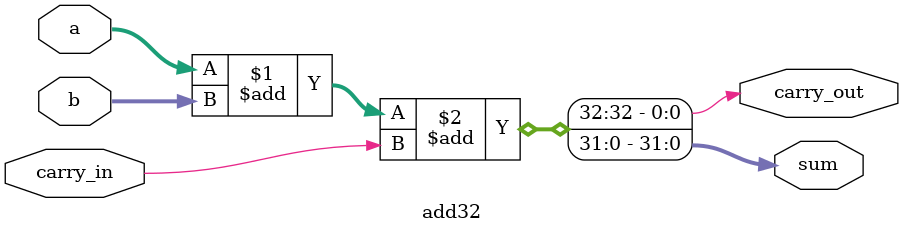
<source format=v>
module add32(a, b, sum, carry_out,carry_in);
    input [31:0] a, b;
    input carry_in;
    output [31:0] sum;
    output carry_out;
    assign {carry_out, sum} = a + b + carry_in;
endmodule

</source>
